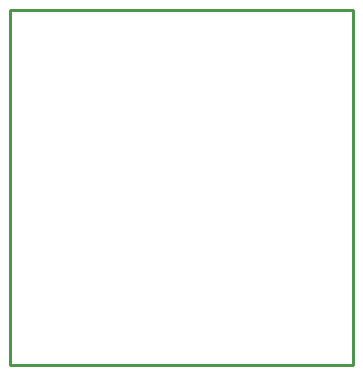
<source format=gko>
G04*
G04 #@! TF.GenerationSoftware,Altium Limited,Altium Designer,22.10.1 (41)*
G04*
G04 Layer_Color=16711935*
%FSLAX25Y25*%
%MOIN*%
G70*
G04*
G04 #@! TF.SameCoordinates,A0270BB2-01BD-44B2-A44C-0491C2069839*
G04*
G04*
G04 #@! TF.FilePolarity,Positive*
G04*
G01*
G75*
%ADD12C,0.01000*%
D12*
X0Y0D02*
X114173D01*
Y118110D01*
X0D02*
X114173D01*
X0Y0D02*
Y118110D01*
M02*

</source>
